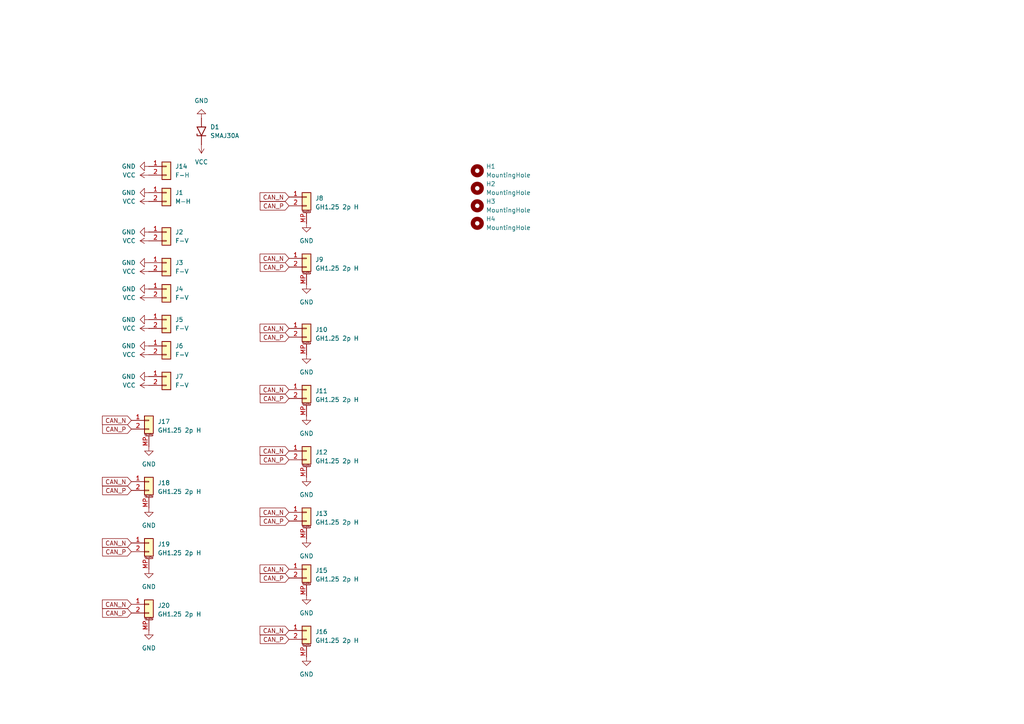
<source format=kicad_sch>
(kicad_sch (version 20231120) (generator "eeschema") (generator_version "8.0")
  (paper "A4")
  (lib_symbols
    (symbol "Connector_Generic:Conn_01x02" (pin_names (offset 1.016) hide)
      (property "Reference" "J" (at 0 2.54 0))
      (property "Value" "Conn_01x02" (at 0 -5.08 0))
      (symbol "Conn_01x02_1_1"
        (rectangle (start -1.27 -2.413) (end 0 -2.667) (stroke (width 0.1524)))
        (rectangle (start -1.27 0.127) (end 0 -0.127) (stroke (width 0.1524)))
        (rectangle (start -1.27 1.27) (end 1.27 -3.81) (stroke (width 0.254)) (fill (type background)))
        (pin passive line (at -5.08 0 0) (length 3.81) (name "Pin_1") (number "1"))
        (pin passive line (at -5.08 -2.54 0) (length 3.81) (name "Pin_2") (number "2"))
      )
    )
    (symbol "Connector_Generic_MountingPin:Conn_01x02_MountingPin" (pin_names (offset 1.016) hide)
      (property "Reference" "J" (at 0 2.54 0))
      (property "Value" "Conn_01x02_MountingPin" (at 1.27 -5.08 0))
      (symbol "Conn_01x02_MountingPin_1_1"
        (rectangle (start -1.27 -2.413) (end 0 -2.667) (stroke (width 0.1524)))
        (rectangle (start -1.27 0.127) (end 0 -0.127) (stroke (width 0.1524)))
        (rectangle (start -1.27 1.27) (end 1.27 -3.81) (stroke (width 0.254)) (fill (type background)))
        (polyline (pts (xy -1.016 -4.572) (xy 1.016 -4.572)) (stroke (width 0.1524)))
        (text "Mounting" (at 0 -4.191 0) (effects (font (size 0.381 0.381))))
        (pin passive line (at -5.08 0 0) (length 3.81) (name "Pin_1") (number "1"))
        (pin passive line (at -5.08 -2.54 0) (length 3.81) (name "Pin_2") (number "2"))
        (pin passive line (at 0 -7.62 90) (length 3.048) (name "MountPin") (number "MP"))
      )
    )
    (symbol "Diode:SMAJ30A" (pin_numbers hide) (pin_names (offset 1.016) hide)
      (property "Reference" "D" (at 0 2.54 0))
      (property "Value" "SMAJ30A" (at 0 -2.54 0))
      (symbol "SMAJ30A_0_1"
        (polyline (pts (xy -0.762 1.27) (xy -1.27 1.27) (xy -1.27 -1.27)) (stroke (width 0.254)))
        (polyline (pts (xy 1.27 1.27) (xy 1.27 -1.27) (xy -1.27 0) (xy 1.27 1.27)) (stroke (width 0.254)))
      )
      (symbol "SMAJ30A_1_1"
        (pin passive line (at -3.81 0 0) (length 2.54) (name "A1") (number "1"))
        (pin passive line (at 3.81 0 180) (length 2.54) (name "A2") (number "2"))
      )
    )
    (symbol "Mechanical:MountingHole" (pin_names (offset 1.016))
      (property "Reference" "H" (at 0 5.08 0))
      (property "Value" "MountingHole" (at 0 3.175 0))
      (symbol "MountingHole_0_1"
        (circle (center 0 0) (radius 1.27) (stroke (width 1.27)))
      )
    )
    (symbol "power:GND" (power) (pin_numbers hide) (pin_names (offset 0) hide)
      (property "Value" "GND" (at 0 -3.81 0))
      (symbol "GND_0_1"
        (polyline (pts (xy 0 0) (xy 0 -1.27) (xy 1.27 -1.27) (xy 0 -2.54) (xy -1.27 -1.27) (xy 0 -1.27)))
      )
      (symbol "GND_1_1"
        (pin power_in line (at 0 0 270) (length 0) (name "~") (number "1"))
      )
    )
    (symbol "power:VCC" (power) (pin_numbers hide) (pin_names (offset 0) hide)
      (property "Value" "VCC" (at 0 3.556 0))
      (symbol "VCC_0_1"
        (polyline (pts (xy -0.762 1.27) (xy 0 2.54)))
        (polyline (pts (xy 0 0) (xy 0 2.54)))
        (polyline (pts (xy 0 2.54) (xy 0.762 1.27)))
      )
      (symbol "VCC_1_1"
        (pin power_in line (at 0 0 90) (length 0) (name "~") (number "1"))
      )
    )
  )
  (global_label "CAN_N" (shape input) (at 83.82 57.15 180) (property "Intersheetrefs" "${INTERSHEET_REFS}" (effects (hide yes))))
  (global_label "CAN_P" (shape input) (at 38.1 142.24 180) (property "Intersheetrefs" "${INTERSHEET_REFS}" (effects (hide yes))))
  (global_label "CAN_P" (shape input) (at 83.82 133.35 180) (property "Intersheetrefs" "${INTERSHEET_REFS}" (effects (hide yes))))
  (global_label "CAN_N" (shape input) (at 38.1 157.48 180) (property "Intersheetrefs" "${INTERSHEET_REFS}" (effects (hide yes))))
  (global_label "CAN_N" (shape input) (at 38.1 139.7 180) (property "Intersheetrefs" "${INTERSHEET_REFS}" (effects (hide yes))))
  (global_label "CAN_N" (shape input) (at 83.82 130.81 180) (property "Intersheetrefs" "${INTERSHEET_REFS}" (effects (hide yes))))
  (global_label "CAN_N" (shape input) (at 38.1 121.92 180) (property "Intersheetrefs" "${INTERSHEET_REFS}" (effects (hide yes))))
  (global_label "CAN_P" (shape input) (at 83.82 77.47 180) (property "Intersheetrefs" "${INTERSHEET_REFS}" (effects (hide yes))))
  (global_label "CAN_N" (shape input) (at 83.82 165.1 180) (property "Intersheetrefs" "${INTERSHEET_REFS}" (effects (hide yes))))
  (global_label "CAN_P" (shape input) (at 83.82 185.42 180) (property "Intersheetrefs" "${INTERSHEET_REFS}" (effects (hide yes))))
  (global_label "CAN_N" (shape input) (at 83.82 148.59 180) (property "Intersheetrefs" "${INTERSHEET_REFS}" (effects (hide yes))))
  (global_label "CAN_P" (shape input) (at 83.82 115.57 180) (property "Intersheetrefs" "${INTERSHEET_REFS}" (effects (hide yes))))
  (global_label "CAN_N" (shape input) (at 83.82 113.03 180) (property "Intersheetrefs" "${INTERSHEET_REFS}" (effects (hide yes))))
  (global_label "CAN_N" (shape input) (at 83.82 74.93 180) (property "Intersheetrefs" "${INTERSHEET_REFS}" (effects (hide yes))))
  (global_label "CAN_N" (shape input) (at 83.82 95.25 180) (property "Intersheetrefs" "${INTERSHEET_REFS}" (effects (hide yes))))
  (global_label "CAN_P" (shape input) (at 83.82 151.13 180) (property "Intersheetrefs" "${INTERSHEET_REFS}" (effects (hide yes))))
  (global_label "CAN_N" (shape input) (at 83.82 182.88 180) (property "Intersheetrefs" "${INTERSHEET_REFS}" (effects (hide yes))))
  (global_label "CAN_N" (shape input) (at 38.1 175.26 180) (property "Intersheetrefs" "${INTERSHEET_REFS}" (effects (hide yes))))
  (global_label "CAN_P" (shape input) (at 38.1 124.46 180) (property "Intersheetrefs" "${INTERSHEET_REFS}" (effects (hide yes))))
  (global_label "CAN_P" (shape input) (at 83.82 59.69 180) (property "Intersheetrefs" "${INTERSHEET_REFS}" (effects (hide yes))))
  (global_label "CAN_P" (shape input) (at 38.1 160.02 180) (property "Intersheetrefs" "${INTERSHEET_REFS}" (effects (hide yes))))
  (global_label "CAN_P" (shape input) (at 83.82 167.64 180) (property "Intersheetrefs" "${INTERSHEET_REFS}" (effects (hide yes))))
  (global_label "CAN_P" (shape input) (at 38.1 177.8 180) (property "Intersheetrefs" "${INTERSHEET_REFS}" (effects (hide yes))))
  (global_label "CAN_P" (shape input) (at 83.82 97.79 180) (property "Intersheetrefs" "${INTERSHEET_REFS}" (effects (hide yes))))
  (symbol (lib_id "power:GND") (at 43.18 55.88 270) (unit 1)
    (property "Reference" "#PWR01" (effects (hide yes)))
    (property "Value" "GND" (at 39.37 55.8799 90) (effects (justify right)))
    (property "Description" "Power symbol creates a global label with name \"GND\" , ground" (effects (hide yes)))
  )
  (symbol (lib_id "power:VCC") (at 43.18 58.42 90) (unit 1)
    (property "Reference" "#PWR02" (effects (hide yes)))
    (property "Value" "VCC" (at 39.37 58.4199 90) (effects (justify left)))
    (property "Description" "Power symbol creates a global label with name \"VCC\"" (effects (hide yes)))
  )
  (symbol (lib_id "power:GND") (at 88.9 156.21 0) (unit 1)
    (property "Reference" "#PWR022" (effects (hide yes)))
    (property "Value" "GND" (at 88.9 161.29 0))
    (property "Description" "Power symbol creates a global label with name \"GND\" , ground" (effects (hide yes)))
  )
  (symbol (lib_id "power:GND") (at 88.9 190.5 0) (unit 1)
    (property "Reference" "#PWR025" (effects (hide yes)))
    (property "Value" "GND" (at 88.9 195.58 0))
    (property "Description" "Power symbol creates a global label with name \"GND\" , ground" (effects (hide yes)))
  )
  (symbol (lib_id "power:GND") (at 43.18 129.54 0) (unit 1)
    (property "Reference" "#PWR026" (effects (hide yes)))
    (property "Value" "GND" (at 43.18 134.62 0))
    (property "Description" "Power symbol creates a global label with name \"GND\" , ground" (effects (hide yes)))
  )
  (symbol (lib_id "power:GND") (at 58.42 34.29 180) (unit 1)
    (property "Reference" "#PWR015" (effects (hide yes)))
    (property "Value" "GND" (at 58.42 29.21 0))
    (property "Description" "Power symbol creates a global label with name \"GND\" , ground" (effects (hide yes)))
  )
  (symbol (lib_id "power:GND") (at 43.18 92.71 270) (unit 1)
    (property "Reference" "#PWR09" (effects (hide yes)))
    (property "Value" "GND" (at 39.37 92.7099 90) (effects (justify right)))
    (property "Description" "Power symbol creates a global label with name \"GND\" , ground" (effects (hide yes)))
  )
  (symbol (lib_id "power:GND") (at 43.18 48.26 270) (unit 1)
    (property "Reference" "#PWR023" (effects (hide yes)))
    (property "Value" "GND" (at 39.37 48.2599 90) (effects (justify right)))
    (property "Description" "Power symbol creates a global label with name \"GND\" , ground" (effects (hide yes)))
  )
  (symbol (lib_id "power:VCC") (at 43.18 95.25 90) (unit 1)
    (property "Reference" "#PWR010" (effects (hide yes)))
    (property "Value" "VCC" (at 39.37 95.2499 90) (effects (justify left)))
    (property "Description" "Power symbol creates a global label with name \"VCC\"" (effects (hide yes)))
  )
  (symbol (lib_id "power:GND") (at 88.9 64.77 0) (unit 1)
    (property "Reference" "#PWR017" (effects (hide yes)))
    (property "Value" "GND" (at 88.9 69.85 0))
    (property "Description" "Power symbol creates a global label with name \"GND\" , ground" (effects (hide yes)))
  )
  (symbol (lib_id "power:VCC") (at 43.18 50.8 90) (unit 1)
    (property "Reference" "#PWR030" (effects (hide yes)))
    (property "Value" "VCC" (at 39.37 50.7999 90) (effects (justify left)))
    (property "Description" "Power symbol creates a global label with name \"VCC\"" (effects (hide yes)))
  )
  (symbol (lib_id "power:VCC") (at 43.18 78.74 90) (unit 1)
    (property "Reference" "#PWR06" (effects (hide yes)))
    (property "Value" "VCC" (at 39.37 78.7399 90) (effects (justify left)))
    (property "Description" "Power symbol creates a global label with name \"VCC\"" (effects (hide yes)))
  )
  (symbol (lib_id "power:GND") (at 43.18 76.2 270) (unit 1)
    (property "Reference" "#PWR05" (effects (hide yes)))
    (property "Value" "GND" (at 39.37 76.1999 90) (effects (justify right)))
    (property "Description" "Power symbol creates a global label with name \"GND\" , ground" (effects (hide yes)))
  )
  (symbol (lib_id "Mechanical:MountingHole") (at 138.43 49.53 0) (unit 1)
    (property "Reference" "H1" (at 140.97 48.2599 0) (effects (justify left)))
    (property "Value" "MountingHole" (at 140.97 50.7999 0) (effects (justify left)))
    (property "Footprint" "1MyMountHole:MountingHole_2.7mm_M2.5_ISO7380" (effects (hide yes)))
    (property "Description" "Mounting Hole without connection" (effects (hide yes)))
  )
  (symbol (lib_id "power:GND") (at 88.9 82.55 0) (unit 1)
    (property "Reference" "#PWR018" (effects (hide yes)))
    (property "Value" "GND" (at 88.9 87.63 0))
    (property "Description" "Power symbol creates a global label with name \"GND\" , ground" (effects (hide yes)))
  )
  (symbol (lib_id "Connector_Generic:Conn_01x02") (at 48.26 55.88 0) (unit 1)
    (property "Reference" "J1" (at 50.8 55.8799 0) (effects (justify left)))
    (property "Value" "M-H" (at 50.8 58.4199 0) (effects (justify left)))
    (property "Footprint" "Connector_AMASS:AMASS_XT30PW-M_1x02_P2.50mm_Horizontal" (effects (hide yes)))
    (property "Description" "Generic connector, single row, 01x02, script generated (kicad-library-utils/schlib/autogen/connector/)" (effects (hide yes)))
  )
  (symbol (lib_id "power:GND") (at 43.18 100.33 270) (unit 1)
    (property "Reference" "#PWR011" (effects (hide yes)))
    (property "Value" "GND" (at 39.37 100.3299 90) (effects (justify right)))
    (property "Description" "Power symbol creates a global label with name \"GND\" , ground" (effects (hide yes)))
  )
  (symbol (lib_id "Mechanical:MountingHole") (at 138.43 54.61 0) (unit 1)
    (property "Reference" "H2" (at 140.97 53.3399 0) (effects (justify left)))
    (property "Value" "MountingHole" (at 140.97 55.8799 0) (effects (justify left)))
    (property "Footprint" "1MyMountHole:MountingHole_2.7mm_M2.5_ISO7380" (effects (hide yes)))
    (property "Description" "Mounting Hole without connection" (effects (hide yes)))
  )
  (symbol (lib_id "power:GND") (at 43.18 109.22 270) (unit 1)
    (property "Reference" "#PWR013" (effects (hide yes)))
    (property "Value" "GND" (at 39.37 109.2199 90) (effects (justify right)))
    (property "Description" "Power symbol creates a global label with name \"GND\" , ground" (effects (hide yes)))
  )
  (symbol (lib_id "Connector_Generic:Conn_01x02") (at 48.26 48.26 0) (unit 1)
    (property "Reference" "J14" (at 50.8 48.2599 0) (effects (justify left)))
    (property "Value" "F-H" (at 50.8 50.7999 0) (effects (justify left)))
    (property "Footprint" "Connector_AMASS:AMASS_XT30PW-F_1x02_P2.50mm_Horizontal" (effects (hide yes)))
    (property "Description" "Generic connector, single row, 01x02, script generated (kicad-library-utils/schlib/autogen/connector/)" (effects (hide yes)))
  )
  (symbol (lib_id "power:GND") (at 43.18 182.88 0) (unit 1)
    (property "Reference" "#PWR029" (effects (hide yes)))
    (property "Value" "GND" (at 43.18 187.96 0))
    (property "Description" "Power symbol creates a global label with name \"GND\" , ground" (effects (hide yes)))
  )
  (symbol (lib_id "Connector_Generic_MountingPin:Conn_01x02_MountingPin") (at 88.9 57.15 0) (unit 1)
    (property "Reference" "J8" (at 91.44 57.5055 0) (effects (justify left)))
    (property "Value" "GH1.25 2p H" (at 91.44 60.0455 0) (effects (justify left)))
    (property "Footprint" "Connector_JST:JST_GH_SM02B-GHS-TB_1x02-1MP_P1.25mm_Horizontal" (effects (hide yes)))
    (property "Description" "Generic connectable mounting pin connector, single row, 01x02, script generated (kicad-library-utils/schlib/autogen/connector/)" (effects (hide yes)))
  )
  (symbol (lib_id "Connector_Generic:Conn_01x02") (at 48.26 76.2 0) (unit 1)
    (property "Reference" "J3" (at 50.8 76.1999 0) (effects (justify left)))
    (property "Value" "F-V" (at 50.8 78.7399 0) (effects (justify left)))
    (property "Footprint" "Connector_AMASS:AMASS_XT30U-F_1x02_P5.0mm_Vertical" (effects (hide yes)))
    (property "Description" "Generic connector, single row, 01x02, script generated (kicad-library-utils/schlib/autogen/connector/)" (effects (hide yes)))
  )
  (symbol (lib_id "Connector_Generic_MountingPin:Conn_01x02_MountingPin") (at 43.18 139.7 0) (unit 1)
    (property "Reference" "J18" (at 45.72 140.0555 0) (effects (justify left)))
    (property "Value" "GH1.25 2p H" (at 45.72 142.5955 0) (effects (justify left)))
    (property "Footprint" "Connector_JST:JST_GH_BM02B-GHS-TBT_1x02-1MP_P1.25mm_Vertical" (effects (hide yes)))
    (property "Description" "Generic connectable mounting pin connector, single row, 01x02, script generated (kicad-library-utils/schlib/autogen/connector/)" (effects (hide yes)))
  )
  (symbol (lib_id "Connector_Generic_MountingPin:Conn_01x02_MountingPin") (at 88.9 148.59 0) (unit 1)
    (property "Reference" "J13" (at 91.44 148.9455 0) (effects (justify left)))
    (property "Value" "GH1.25 2p H" (at 91.44 151.4855 0) (effects (justify left)))
    (property "Footprint" "Connector_JST:JST_GH_SM02B-GHS-TB_1x02-1MP_P1.25mm_Horizontal" (effects (hide yes)))
    (property "Description" "Generic connectable mounting pin connector, single row, 01x02, script generated (kicad-library-utils/schlib/autogen/connector/)" (effects (hide yes)))
  )
  (symbol (lib_id "power:GND") (at 43.18 147.32 0) (unit 1)
    (property "Reference" "#PWR027" (effects (hide yes)))
    (property "Value" "GND" (at 43.18 152.4 0))
    (property "Description" "Power symbol creates a global label with name \"GND\" , ground" (effects (hide yes)))
  )
  (symbol (lib_id "power:GND") (at 43.18 165.1 0) (unit 1)
    (property "Reference" "#PWR028" (effects (hide yes)))
    (property "Value" "GND" (at 43.18 170.18 0))
    (property "Description" "Power symbol creates a global label with name \"GND\" , ground" (effects (hide yes)))
  )
  (symbol (lib_id "power:VCC") (at 43.18 86.36 90) (unit 1)
    (property "Reference" "#PWR08" (effects (hide yes)))
    (property "Value" "VCC" (at 39.37 86.3599 90) (effects (justify left)))
    (property "Description" "Power symbol creates a global label with name \"VCC\"" (effects (hide yes)))
  )
  (symbol (lib_id "Connector_Generic_MountingPin:Conn_01x02_MountingPin") (at 88.9 74.93 0) (unit 1)
    (property "Reference" "J9" (at 91.44 75.2855 0) (effects (justify left)))
    (property "Value" "GH1.25 2p H" (at 91.44 77.8255 0) (effects (justify left)))
    (property "Footprint" "Connector_JST:JST_GH_SM02B-GHS-TB_1x02-1MP_P1.25mm_Horizontal" (effects (hide yes)))
    (property "Description" "Generic connectable mounting pin connector, single row, 01x02, script generated (kicad-library-utils/schlib/autogen/connector/)" (effects (hide yes)))
  )
  (symbol (lib_id "power:GND") (at 43.18 83.82 270) (unit 1)
    (property "Reference" "#PWR07" (effects (hide yes)))
    (property "Value" "GND" (at 39.37 83.8199 90) (effects (justify right)))
    (property "Description" "Power symbol creates a global label with name \"GND\" , ground" (effects (hide yes)))
  )
  (symbol (lib_id "Connector_Generic_MountingPin:Conn_01x02_MountingPin") (at 88.9 130.81 0) (unit 1)
    (property "Reference" "J12" (at 91.44 131.1655 0) (effects (justify left)))
    (property "Value" "GH1.25 2p H" (at 91.44 133.7055 0) (effects (justify left)))
    (property "Footprint" "Connector_JST:JST_GH_SM02B-GHS-TB_1x02-1MP_P1.25mm_Horizontal" (effects (hide yes)))
    (property "Description" "Generic connectable mounting pin connector, single row, 01x02, script generated (kicad-library-utils/schlib/autogen/connector/)" (effects (hide yes)))
  )
  (symbol (lib_id "power:VCC") (at 58.42 41.91 180) (unit 1)
    (property "Reference" "#PWR016" (effects (hide yes)))
    (property "Value" "VCC" (at 58.42 46.99 0))
    (property "Description" "Power symbol creates a global label with name \"VCC\"" (effects (hide yes)))
  )
  (symbol (lib_id "Connector_Generic_MountingPin:Conn_01x02_MountingPin") (at 88.9 95.25 0) (unit 1)
    (property "Reference" "J10" (at 91.44 95.6055 0) (effects (justify left)))
    (property "Value" "GH1.25 2p H" (at 91.44 98.1455 0) (effects (justify left)))
    (property "Footprint" "Connector_JST:JST_GH_SM02B-GHS-TB_1x02-1MP_P1.25mm_Horizontal" (effects (hide yes)))
    (property "Description" "Generic connectable mounting pin connector, single row, 01x02, script generated (kicad-library-utils/schlib/autogen/connector/)" (effects (hide yes)))
  )
  (symbol (lib_id "Mechanical:MountingHole") (at 138.43 64.77 0) (unit 1)
    (property "Reference" "H4" (at 140.97 63.4999 0) (effects (justify left)))
    (property "Value" "MountingHole" (at 140.97 66.0399 0) (effects (justify left)))
    (property "Footprint" "1MyMountHole:MountingHole_2.7mm_M2.5_ISO7380" (effects (hide yes)))
    (property "Description" "Mounting Hole without connection" (effects (hide yes)))
  )
  (symbol (lib_id "Connector_Generic_MountingPin:Conn_01x02_MountingPin") (at 43.18 121.92 0) (unit 1)
    (property "Reference" "J17" (at 45.72 122.2755 0) (effects (justify left)))
    (property "Value" "GH1.25 2p H" (at 45.72 124.8155 0) (effects (justify left)))
    (property "Footprint" "Connector_JST:JST_GH_BM02B-GHS-TBT_1x02-1MP_P1.25mm_Vertical" (effects (hide yes)))
    (property "Description" "Generic connectable mounting pin connector, single row, 01x02, script generated (kicad-library-utils/schlib/autogen/connector/)" (effects (hide yes)))
  )
  (symbol (lib_id "Diode:SMAJ30A") (at 58.42 38.1 90) (unit 1)
    (property "Reference" "D1" (at 60.96 36.8299 90) (effects (justify right)))
    (property "Value" "SMAJ30A" (at 60.96 39.3699 90) (effects (justify right)))
    (property "Footprint" "Diode_SMD:D_SMA" (effects (hide yes)))
    (property "Datasheet" "https://www.littelfuse.com/media?resourcetype=datasheets&itemid=75e32973-b177-4ee3-a0ff-cedaf1abdb93&filename=smaj-datasheet" (effects (hide yes)))
    (property "Description" "400W unidirectional Transient Voltage Suppressor, 30.0Vr, SMA(DO-214AC)" (effects (hide yes)))
  )
  (symbol (lib_id "Connector_Generic:Conn_01x02") (at 48.26 83.82 0) (unit 1)
    (property "Reference" "J4" (at 50.8 83.8199 0) (effects (justify left)))
    (property "Value" "F-V" (at 50.8 86.3599 0) (effects (justify left)))
    (property "Footprint" "Connector_AMASS:AMASS_XT30U-F_1x02_P5.0mm_Vertical" (effects (hide yes)))
    (property "Description" "Generic connector, single row, 01x02, script generated (kicad-library-utils/schlib/autogen/connector/)" (effects (hide yes)))
  )
  (symbol (lib_id "Connector_Generic_MountingPin:Conn_01x02_MountingPin") (at 88.9 165.1 0) (unit 1)
    (property "Reference" "J15" (at 91.44 165.4555 0) (effects (justify left)))
    (property "Value" "GH1.25 2p H" (at 91.44 167.9955 0) (effects (justify left)))
    (property "Footprint" "Connector_JST:JST_GH_SM02B-GHS-TB_1x02-1MP_P1.25mm_Horizontal" (effects (hide yes)))
    (property "Description" "Generic connectable mounting pin connector, single row, 01x02, script generated (kicad-library-utils/schlib/autogen/connector/)" (effects (hide yes)))
  )
  (symbol (lib_id "power:GND") (at 88.9 120.65 0) (unit 1)
    (property "Reference" "#PWR020" (effects (hide yes)))
    (property "Value" "GND" (at 88.9 125.73 0))
    (property "Description" "Power symbol creates a global label with name \"GND\" , ground" (effects (hide yes)))
  )
  (symbol (lib_id "Connector_Generic:Conn_01x02") (at 48.26 100.33 0) (unit 1)
    (property "Reference" "J6" (at 50.8 100.3299 0) (effects (justify left)))
    (property "Value" "F-V" (at 50.8 102.8699 0) (effects (justify left)))
    (property "Footprint" "Connector_AMASS:AMASS_XT30U-F_1x02_P5.0mm_Vertical" (effects (hide yes)))
    (property "Description" "Generic connector, single row, 01x02, script generated (kicad-library-utils/schlib/autogen/connector/)" (effects (hide yes)))
  )
  (symbol (lib_id "power:GND") (at 43.18 67.31 270) (unit 1)
    (property "Reference" "#PWR03" (effects (hide yes)))
    (property "Value" "GND" (at 39.37 67.3099 90) (effects (justify right)))
    (property "Description" "Power symbol creates a global label with name \"GND\" , ground" (effects (hide yes)))
  )
  (symbol (lib_id "Connector_Generic_MountingPin:Conn_01x02_MountingPin") (at 88.9 113.03 0) (unit 1)
    (property "Reference" "J11" (at 91.44 113.3855 0) (effects (justify left)))
    (property "Value" "GH1.25 2p H" (at 91.44 115.9255 0) (effects (justify left)))
    (property "Footprint" "Connector_JST:JST_GH_SM02B-GHS-TB_1x02-1MP_P1.25mm_Horizontal" (effects (hide yes)))
    (property "Description" "Generic connectable mounting pin connector, single row, 01x02, script generated (kicad-library-utils/schlib/autogen/connector/)" (effects (hide yes)))
  )
  (symbol (lib_id "power:GND") (at 88.9 102.87 0) (unit 1)
    (property "Reference" "#PWR019" (effects (hide yes)))
    (property "Value" "GND" (at 88.9 107.95 0))
    (property "Description" "Power symbol creates a global label with name \"GND\" , ground" (effects (hide yes)))
  )
  (symbol (lib_id "Connector_Generic_MountingPin:Conn_01x02_MountingPin") (at 43.18 157.48 0) (unit 1)
    (property "Reference" "J19" (at 45.72 157.8355 0) (effects (justify left)))
    (property "Value" "GH1.25 2p H" (at 45.72 160.3755 0) (effects (justify left)))
    (property "Footprint" "Connector_JST:JST_GH_BM02B-GHS-TBT_1x02-1MP_P1.25mm_Vertical" (effects (hide yes)))
    (property "Description" "Generic connectable mounting pin connector, single row, 01x02, script generated (kicad-library-utils/schlib/autogen/connector/)" (effects (hide yes)))
  )
  (symbol (lib_id "Connector_Generic:Conn_01x02") (at 48.26 92.71 0) (unit 1)
    (property "Reference" "J5" (at 50.8 92.7099 0) (effects (justify left)))
    (property "Value" "F-V" (at 50.8 95.2499 0) (effects (justify left)))
    (property "Footprint" "Connector_AMASS:AMASS_XT30U-F_1x02_P5.0mm_Vertical" (effects (hide yes)))
    (property "Description" "Generic connector, single row, 01x02, script generated (kicad-library-utils/schlib/autogen/connector/)" (effects (hide yes)))
  )
  (symbol (lib_id "Connector_Generic_MountingPin:Conn_01x02_MountingPin") (at 43.18 175.26 0) (unit 1)
    (property "Reference" "J20" (at 45.72 175.6155 0) (effects (justify left)))
    (property "Value" "GH1.25 2p H" (at 45.72 178.1555 0) (effects (justify left)))
    (property "Footprint" "Connector_JST:JST_GH_BM02B-GHS-TBT_1x02-1MP_P1.25mm_Vertical" (effects (hide yes)))
    (property "Description" "Generic connectable mounting pin connector, single row, 01x02, script generated (kicad-library-utils/schlib/autogen/connector/)" (effects (hide yes)))
  )
  (symbol (lib_id "power:VCC") (at 43.18 102.87 90) (unit 1)
    (property "Reference" "#PWR012" (effects (hide yes)))
    (property "Value" "VCC" (at 39.37 102.8699 90) (effects (justify left)))
    (property "Description" "Power symbol creates a global label with name \"VCC\"" (effects (hide yes)))
  )
  (symbol (lib_id "power:GND") (at 88.9 138.43 0) (unit 1)
    (property "Reference" "#PWR021" (effects (hide yes)))
    (property "Value" "GND" (at 88.9 143.51 0))
    (property "Description" "Power symbol creates a global label with name \"GND\" , ground" (effects (hide yes)))
  )
  (symbol (lib_id "power:GND") (at 88.9 172.72 0) (unit 1)
    (property "Reference" "#PWR024" (effects (hide yes)))
    (property "Value" "GND" (at 88.9 177.8 0))
    (property "Description" "Power symbol creates a global label with name \"GND\" , ground" (effects (hide yes)))
  )
  (symbol (lib_id "Mechanical:MountingHole") (at 138.43 59.69 0) (unit 1)
    (property "Reference" "H3" (at 140.97 58.4199 0) (effects (justify left)))
    (property "Value" "MountingHole" (at 140.97 60.9599 0) (effects (justify left)))
    (property "Footprint" "1MyMountHole:MountingHole_2.7mm_M2.5_ISO7380" (effects (hide yes)))
    (property "Description" "Mounting Hole without connection" (effects (hide yes)))
  )
  (symbol (lib_id "Connector_Generic_MountingPin:Conn_01x02_MountingPin") (at 88.9 182.88 0) (unit 1)
    (property "Reference" "J16" (at 91.44 183.2355 0) (effects (justify left)))
    (property "Value" "GH1.25 2p H" (at 91.44 185.7755 0) (effects (justify left)))
    (property "Footprint" "Connector_JST:JST_GH_SM02B-GHS-TB_1x02-1MP_P1.25mm_Horizontal" (effects (hide yes)))
    (property "Description" "Generic connectable mounting pin connector, single row, 01x02, script generated (kicad-library-utils/schlib/autogen/connector/)" (effects (hide yes)))
  )
  (symbol (lib_id "power:VCC") (at 43.18 69.85 90) (unit 1)
    (property "Reference" "#PWR04" (effects (hide yes)))
    (property "Value" "VCC" (at 39.37 69.8499 90) (effects (justify left)))
    (property "Description" "Power symbol creates a global label with name \"VCC\"" (effects (hide yes)))
  )
  (symbol (lib_id "power:VCC") (at 43.18 111.76 90) (unit 1)
    (property "Reference" "#PWR014" (effects (hide yes)))
    (property "Value" "VCC" (at 39.37 111.7599 90) (effects (justify left)))
    (property "Description" "Power symbol creates a global label with name \"VCC\"" (effects (hide yes)))
  )
  (symbol (lib_id "Connector_Generic:Conn_01x02") (at 48.26 67.31 0) (unit 1)
    (property "Reference" "J2" (at 50.8 67.3099 0) (effects (justify left)))
    (property "Value" "F-V" (at 50.8 69.8499 0) (effects (justify left)))
    (property "Footprint" "Connector_AMASS:AMASS_XT30U-F_1x02_P5.0mm_Vertical" (effects (hide yes)))
    (property "Description" "Generic connector, single row, 01x02, script generated (kicad-library-utils/schlib/autogen/connector/)" (effects (hide yes)))
  )
  (symbol (lib_id "Connector_Generic:Conn_01x02") (at 48.26 109.22 0) (unit 1)
    (property "Reference" "J7" (at 50.8 109.2199 0) (effects (justify left)))
    (property "Value" "F-V" (at 50.8 111.7599 0) (effects (justify left)))
    (property "Footprint" "Connector_AMASS:AMASS_XT30U-F_1x02_P5.0mm_Vertical" (effects (hide yes)))
    (property "Description" "Generic connector, single row, 01x02, script generated (kicad-library-utils/schlib/autogen/connector/)" (effects (hide yes)))
  )
)
</source>
